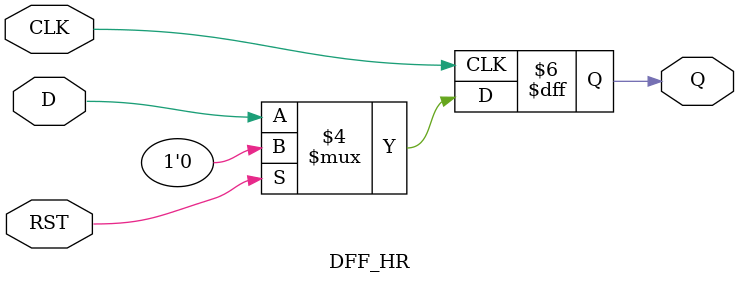
<source format=v>
module DFF_HR(CLK,D,RST,Q);
    input CLK,RST,D;
    output reg Q;
    
    always @(posedge CLK)
    begin 
        if(RST==1)
            Q<=1'b0;
        else 
            Q<=D;
    end
endmodule




</source>
